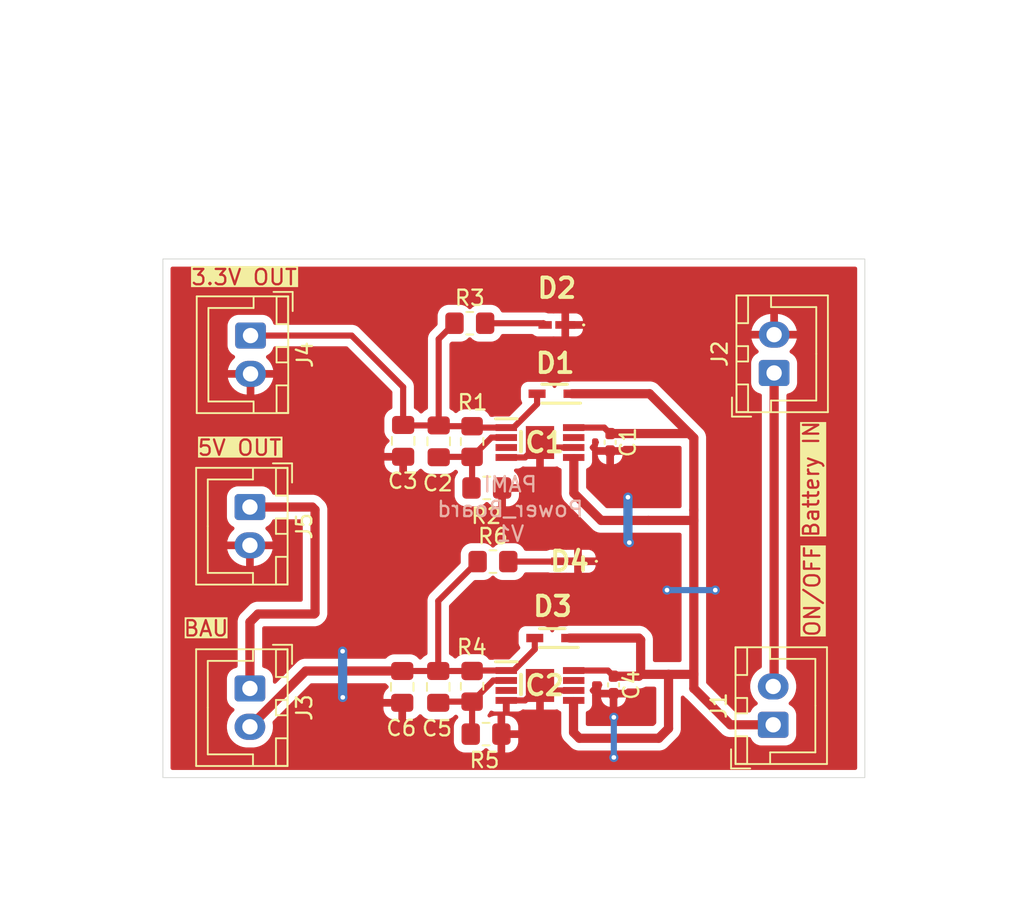
<source format=kicad_pcb>
(kicad_pcb (version 20241229) (generator "pcbnew") (generator_version "9.0")
  (layers (0 "F.Cu" signal) (2 "B.Cu" signal) (13 "F.Paste" user) (15 "B.Paste" user) (5 "F.SilkS" user "F.Silkscreen") (7 "B.SilkS" user "B.Silkscreen") (1 "F.Mask" user) (3 "B.Mask" user) (25 "Edge.Cuts" user))
  (net 0 "")
  (net 1 "BAU_9V")
  (net 2 "GND")
  (net 3 "+3.3V")
  (net 4 "Net-(IC1-FB)")
  (net 5 "Net-(D3-A)")
  (net 6 "Net-(IC2-FB)")
  (net 7 "Net-(D2-A)")
  (net 8 "Net-(D4-A)")
  (net 13 "+5V")
  (net 14 "Switch")
  (footprint "LDO_TLV76701DGNR:SOP65P490X110-9N" (layer "F.Cu") (at 142.53 79.505)
    (property "Reference" "IC2" (at 0 0 0) (layer "F.SilkS") (effects (font (size 1.27 1.27) (thickness 0.254))))
    (property "Value" "LDO_6V" (hide yes))
    (fp_line (start -2.9 -1.55) (end -1.5 -1.55) (stroke (width 0.2)) (layer "F.SilkS"))
    (pad "1" smd rect (at -2.2 -0.975 90) (size 0.45 1.4) (layers "F.Cu" "F.Mask" "F.Paste") (net 5 "Net-(D3-A)"))
    (pad "2" smd rect (at -2.2 -0.325 90) (size 0.45 1.4) (layers "F.Cu" "F.Mask" "F.Paste") (net 6 "Net-(IC2-FB)"))
    (pad "3" smd rect (at -2.2 0.325 90) (size 0.45 1.4) (layers "F.Cu" "F.Mask" "F.Paste"))
    (pad "4" smd rect (at -2.2 0.975 90) (size 0.45 1.4) (layers "F.Cu" "F.Mask" "F.Paste") (net 2 "GND"))
    (pad "5" smd rect (at 2.2 0.975 90) (size 0.45 1.4) (layers "F.Cu" "F.Mask" "F.Paste") (net 1 "BAU_9V"))
    (pad "6" smd rect (at 2.2 0.325 90) (size 0.45 1.4) (layers "F.Cu" "F.Mask" "F.Paste") (net 2 "GND"))
    (pad "7" smd rect (at 2.2 -0.325 90) (size 0.45 1.4) (layers "F.Cu" "F.Mask" "F.Paste"))
    (pad "8" smd rect (at 2.2 -0.975 90) (size 0.45 1.4) (layers "F.Cu" "F.Mask" "F.Paste") (net 1 "BAU_9V"))
    (pad "9" smd rect (at 0 0) (size 1.846 2.15) (layers "F.Cu" "F.Mask" "F.Paste") (net 2 "GND"))
  )
  (footprint "Shottky_diode_BAT20JFILM:SOD2512X113N" (layer "F.Cu") (at 143.33 76.41 180)
    (property "Reference" "D3" (at -0.02 2.07 0) (layer "F.SilkS") (effects (font (size 1.27 1.27) (thickness 0.254))))
    (property "Value" "shottky_byass_3" (hide yes))
    (fp_line (start -0.83 0.615) (end 0.83 0.615) (stroke (width 0.2)) (layer "F.SilkS"))
    (fp_line (start -1.695 -0.615) (end 0.83 -0.615) (stroke (width 0.2)) (layer "F.SilkS"))
    (pad "1" smd rect (at -1.14 0 270) (size 0.55 1.11) (layers "F.Cu" "F.Mask" "F.Paste") (net 1 "BAU_9V"))
    (pad "2" smd rect (at 1.14 0 270) (size 0.55 1.11) (layers "F.Cu" "F.Mask" "F.Paste") (net 5 "Net-(D3-A)"))
  )
  (footprint "LDO_TLV76701DGNR:SOP65P490X110-9N" (layer "F.Cu") (at 142.53 63.65)
    (property "Reference" "IC1" (at 0 0 0) (layer "F.SilkS") (effects (font (size 1.27 1.27) (thickness 0.254))))
    (property "Value" "LDO_3.3V" (hide yes))
    (fp_line (start -2.9 -1.55) (end -1.5 -1.55) (stroke (width 0.2)) (layer "F.SilkS"))
    (pad "1" smd rect (at -2.2 -0.975 90) (size 0.45 1.4) (layers "F.Cu" "F.Mask" "F.Paste") (net 3 "+3.3V"))
    (pad "2" smd rect (at -2.2 -0.325 90) (size 0.45 1.4) (layers "F.Cu" "F.Mask" "F.Paste") (net 4 "Net-(IC1-FB)"))
    (pad "3" smd rect (at -2.2 0.325 90) (size 0.45 1.4) (layers "F.Cu" "F.Mask" "F.Paste"))
    (pad "4" smd rect (at -2.2 0.975 90) (size 0.45 1.4) (layers "F.Cu" "F.Mask" "F.Paste") (net 2 "GND"))
    (pad "5" smd rect (at 2.2 0.975 90) (size 0.45 1.4) (layers "F.Cu" "F.Mask" "F.Paste") (net 1 "BAU_9V"))
    (pad "6" smd rect (at 2.2 0.325 90) (size 0.45 1.4) (layers "F.Cu" "F.Mask" "F.Paste") (net 2 "GND"))
    (pad "7" smd rect (at 2.2 -0.325 90) (size 0.45 1.4) (layers "F.Cu" "F.Mask" "F.Paste"))
    (pad "8" smd rect (at 2.2 -0.975 90) (size 0.45 1.4) (layers "F.Cu" "F.Mask" "F.Paste") (net 1 "BAU_9V"))
    (pad "9" smd rect (at 0 0) (size 1.846 2.15) (layers "F.Cu" "F.Mask" "F.Paste") (net 2 "GND"))
  )
  (footprint "Resistor_SMD:R_0805_2012Metric_Pad1.20x1.40mm_HandSolder" (layer "F.Cu") (at 139.46 71.42)
    (property "Reference" "R6" (at 0 -1.65 0) (layer "F.SilkS"))
    (property "Value" "135")
    (fp_line (start -0.227064 -0.735) (end 0.227064 -0.735) (stroke (width 0.12)) (layer "F.SilkS"))
    (fp_line (start -0.227064 0.735) (end 0.227064 0.735) (stroke (width 0.12)) (layer "F.SilkS"))
    (pad "1" smd roundrect (at -1 0) (size 1.2 1.4) (layers "F.Cu" "F.Mask" "F.Paste") (roundrect_rratio 0.208333) (net 5 "Net-(D3-A)"))
    (pad "2" smd roundrect (at 1 0) (size 1.2 1.4) (layers "F.Cu" "F.Mask" "F.Paste") (roundrect_rratio 0.208333) (net 8 "Net-(D4-A)"))
  )
  (footprint "Capacitor_SMD:C_0805_2012Metric_Pad1.18x1.45mm_HandSolder" (layer "F.Cu") (at 135.92 63.5725 -90)
    (property "Reference" "C2" (at 2.7425 0.06 0) (layer "F.SilkS"))
    (property "Value" "10p")
    (fp_line (start -0.261252 0.735) (end 0.261252 0.735) (stroke (width 0.12)) (layer "F.SilkS"))
    (fp_line (start -0.261252 -0.735) (end 0.261252 -0.735) (stroke (width 0.12)) (layer "F.SilkS"))
    (pad "1" smd roundrect (at -1.0375 0 270) (size 1.175 1.45) (layers "F.Cu" "F.Mask" "F.Paste") (roundrect_rratio 0.212766) (net 3 "+3.3V"))
    (pad "2" smd roundrect (at 1.0375 0 270) (size 1.175 1.45) (layers "F.Cu" "F.Mask" "F.Paste") (roundrect_rratio 0.212766) (net 4 "Net-(IC1-FB)"))
  )
  (footprint "Capacitor_SMD:C_0805_2012Metric_Pad1.18x1.45mm_HandSolder" (layer "F.Cu") (at 133.54 79.5975 -90)
    (property "Reference" "C6" (at 2.6925 0.06 0) (layer "F.SilkS"))
    (property "Value" "2.2u")
    (fp_line (start -0.261252 0.735) (end 0.261252 0.735) (stroke (width 0.12)) (layer "F.SilkS"))
    (fp_line (start -0.261252 -0.735) (end 0.261252 -0.735) (stroke (width 0.12)) (layer "F.SilkS"))
    (pad "1" smd roundrect (at -1.0375 0 270) (size 1.175 1.45) (layers "F.Cu" "F.Mask" "F.Paste") (roundrect_rratio 0.212766) (net 5 "Net-(D3-A)"))
    (pad "2" smd roundrect (at 1.0375 0 270) (size 1.175 1.45) (layers "F.Cu" "F.Mask" "F.Paste") (roundrect_rratio 0.212766) (net 2 "GND"))
  )
  (footprint "LEDs_ASCKCG00-NW5X5020302:ASCKCG00NW5X5020302" (layer "F.Cu") (at 144.46 71.4)
    (property "Reference" "D4" (at 0 0 0) (layer "F.SilkS") (effects (font (size 1.27 1.27) (thickness 0.254))))
    (property "Value" "6V_LED" (hide yes))
    (fp_line (start 1.7 0) (end 1.7 0) (stroke (width 0.1)) (layer "F.SilkS"))
    (fp_line (start 1.8 0) (end 1.8 0) (stroke (width 0.1)) (layer "F.SilkS"))
    (fp_arc (start 1.7 0) (mid 1.75 -0.05) (end 1.8 0) (stroke (width 0.1)) (layer "F.SilkS"))
    (fp_arc (start 1.8 0) (mid 1.75 0.05) (end 1.7 0) (stroke (width 0.1)) (layer "F.SilkS"))
    (pad "1" smd rect (at 0.55 0 90) (size 0.5 1.3) (layers "F.Cu" "F.Mask" "F.Paste") (net 2 "GND"))
    (pad "2" smd rect (at -0.765 0 90) (size 0.5 0.87) (layers "F.Cu" "F.Mask" "F.Paste") (net 8 "Net-(D4-A)"))
  )
  (footprint "Capacitor_SMD:C_0805_2012Metric_Pad1.18x1.45mm_HandSolder" (layer "F.Cu") (at 133.6 63.5425 -90)
    (property "Reference" "C3" (at 2.6125 0.02 0) (layer "F.SilkS"))
    (property "Value" "2.2u" (hide yes))
    (fp_line (start -0.261252 0.735) (end 0.261252 0.735) (stroke (width 0.12)) (layer "F.SilkS"))
    (fp_line (start -0.261252 -0.735) (end 0.261252 -0.735) (stroke (width 0.12)) (layer "F.SilkS"))
    (pad "1" smd roundrect (at -1.0375 0 270) (size 1.175 1.45) (layers "F.Cu" "F.Mask" "F.Paste") (roundrect_rratio 0.212766) (net 3 "+3.3V"))
    (pad "2" smd roundrect (at 1.0375 0 270) (size 1.175 1.45) (layers "F.Cu" "F.Mask" "F.Paste") (roundrect_rratio 0.212766) (net 2 "GND"))
  )
  (footprint "Resistor_SMD:R_0805_2012Metric_Pad1.20x1.40mm_HandSolder" (layer "F.Cu") (at 139.01 82.68)
    (property "Reference" "R5" (at -0.1 1.7 0) (layer "F.SilkS"))
    (property "Value" "160k" (hide yes))
    (fp_line (start -0.227064 -0.735) (end 0.227064 -0.735) (stroke (width 0.12)) (layer "F.SilkS"))
    (fp_line (start -0.227064 0.735) (end 0.227064 0.735) (stroke (width 0.12)) (layer "F.SilkS"))
    (pad "1" smd roundrect (at -1 0) (size 1.2 1.4) (layers "F.Cu" "F.Mask" "F.Paste") (roundrect_rratio 0.208333) (net 6 "Net-(IC2-FB)"))
    (pad "2" smd roundrect (at 1 0) (size 1.2 1.4) (layers "F.Cu" "F.Mask" "F.Paste") (roundrect_rratio 0.208333) (net 2 "GND"))
  )
  (footprint "Connector_JST:JST_XH_B2B-XH-A_1x02_P2.50mm_Vertical" (layer "F.Cu") (at 123.6 79.7 -90)
    (property "Reference" "J3" (at 1.25 -3.55 90) (layer "F.SilkS"))
    (property "Value" "BAU")
    (fp_line (start -2.56 3.51) (end 5.06 3.51) (stroke (width 0.12)) (layer "F.SilkS"))
    (fp_line (start 5.06 3.51) (end 5.06 -2.46) (stroke (width 0.12)) (layer "F.SilkS"))
    (fp_line (start -1.8 2.75) (end 1.25 2.75) (stroke (width 0.12)) (layer "F.SilkS"))
    (fp_line (start 4.3 2.75) (end 1.25 2.75) (stroke (width 0.12)) (layer "F.SilkS"))
    (fp_line (start -2.55 -0.2) (end -1.8 -0.2) (stroke (width 0.12)) (layer "F.SilkS"))
    (fp_line (start -1.8 -0.2) (end -1.8 2.75) (stroke (width 0.12)) (layer "F.SilkS"))
    (fp_line (start 4.3 -0.2) (end 4.3 2.75) (stroke (width 0.12)) (layer "F.SilkS"))
    (fp_line (start 5.05 -0.2) (end 4.3 -0.2) (stroke (width 0.12)) (layer "F.SilkS"))
    (fp_line (start -2.55 -1.7) (end -0.75 -1.7) (stroke (width 0.12)) (layer "F.SilkS"))
    (fp_line (start -0.75 -1.7) (end -0.75 -2.45) (stroke (width 0.12)) (layer "F.SilkS"))
    (fp_line (start 0.75 -1.7) (end 1.75 -1.7) (stroke (width 0.12)) (layer "F.SilkS"))
    (fp_line (start 1.75 -1.7) (end 1.75 -2.45) (stroke (width 0.12)) (layer "F.SilkS"))
    (fp_line (start 3.25 -1.7) (end 5.05 -1.7) (stroke (width 0.12)) (layer "F.SilkS"))
    (fp_line (start 5.05 -1.7) (end 5.05 -2.45) (stroke (width 0.12)) (layer "F.SilkS"))
    (fp_line (start -2.55 -2.45) (end -2.55 -1.7) (stroke (width 0.12)) (layer "F.SilkS"))
    (fp_line (start -0.75 -2.45) (end -2.55 -2.45) (stroke (width 0.12)) (layer "F.SilkS"))
    (fp_line (start 0.75 -2.45) (end 0.75 -1.7) (stroke (width 0.12)) (layer "F.SilkS"))
    (fp_line (start 1.75 -2.45) (end 0.75 -2.45) (stroke (width 0.12)) (layer "F.SilkS"))
    (fp_line (start 3.25 -2.45) (end 3.25 -1.7) (stroke (width 0.12)) (layer "F.SilkS"))
    (fp_line (start 5.05 -2.45) (end 3.25 -2.45) (stroke (width 0.12)) (layer "F.SilkS"))
    (fp_line (start -2.56 -2.46) (end -2.56 3.51) (stroke (width 0.12)) (layer "F.SilkS"))
    (fp_line (start 5.06 -2.46) (end -2.56 -2.46) (stroke (width 0.12)) (layer "F.SilkS"))
    (fp_line (start -2.85 -2.75) (end -2.85 -1.5) (stroke (width 0.12)) (layer "F.SilkS"))
    (fp_line (start -1.6 -2.75) (end -2.85 -2.75) (stroke (width 0.12)) (layer "F.SilkS"))
    (pad "1" thru_hole roundrect (at 0 0 270) (size 1.7 2) (drill 1) (layers "*.Cu" "*.Mask") (roundrect_rratio 0.147059) (net 13 "+5V"))
    (pad "2" thru_hole oval (at 2.5 0 270) (size 1.7 2) (drill 1) (layers "*.Cu" "*.Mask") (net 5 "Net-(D3-A)"))
  )
  (footprint "Capacitor_SMD:C_0805_2012Metric_Pad1.18x1.45mm_HandSolder" (layer "F.Cu") (at 135.89 79.5975 -90)
    (property "Reference" "C5" (at 2.7125 0.08 0) (layer "F.SilkS"))
    (property "Value" "10p")
    (fp_line (start -0.261252 0.735) (end 0.261252 0.735) (stroke (width 0.12)) (layer "F.SilkS"))
    (fp_line (start -0.261252 -0.735) (end 0.261252 -0.735) (stroke (width 0.12)) (layer "F.SilkS"))
    (pad "1" smd roundrect (at -1.0375 0 270) (size 1.175 1.45) (layers "F.Cu" "F.Mask" "F.Paste") (roundrect_rratio 0.212766) (net 5 "Net-(D3-A)"))
    (pad "2" smd roundrect (at 1.0375 0 270) (size 1.175 1.45) (layers "F.Cu" "F.Mask" "F.Paste") (roundrect_rratio 0.212766) (net 6 "Net-(IC2-FB)"))
  )
  (footprint "Capacitor_SMD:C_0402_1005Metric_Pad0.74x0.62mm_HandSolder" (layer "F.Cu") (at 147.33 79.4675 -90)
    (property "Reference" "C4" (at 0 -1.16 270) (layer "F.SilkS"))
    (property "Value" "1u")
    (fp_line (start -0.115835 0.36) (end 0.115835 0.36) (stroke (width 0.12)) (layer "F.SilkS"))
    (fp_line (start -0.115835 -0.36) (end 0.115835 -0.36) (stroke (width 0.12)) (layer "F.SilkS"))
    (pad "1" smd roundrect (at -0.5675 0 270) (size 0.735 0.62) (layers "F.Cu" "F.Mask" "F.Paste") (net 1 "BAU_9V"))
    (pad "2" smd roundrect (at 0.5675 0 270) (size 0.735 0.62) (layers "F.Cu" "F.Mask" "F.Paste") (net 2 "GND"))
  )
  (footprint "Resistor_SMD:R_0805_2012Metric_Pad1.20x1.40mm_HandSolder" (layer "F.Cu") (at 138.1 63.585 -90)
    (property "Reference" "R1" (at -2.55 -0.03 0) (layer "F.SilkS"))
    (property "Value" "500k" (hide yes))
    (fp_line (start -0.227064 0.735) (end 0.227064 0.735) (stroke (width 0.12)) (layer "F.SilkS"))
    (fp_line (start -0.227064 -0.735) (end 0.227064 -0.735) (stroke (width 0.12)) (layer "F.SilkS"))
    (pad "1" smd roundrect (at -1 0 270) (size 1.2 1.4) (layers "F.Cu" "F.Mask" "F.Paste") (roundrect_rratio 0.208333) (net 3 "+3.3V"))
    (pad "2" smd roundrect (at 1 0 270) (size 1.2 1.4) (layers "F.Cu" "F.Mask" "F.Paste") (roundrect_rratio 0.208333) (net 4 "Net-(IC1-FB)"))
  )
  (footprint "Connector_JST:JST_XH_B2B-XH-A_1x02_P2.50mm_Vertical" (layer "F.Cu") (at 157.75 82.07 90)
    (property "Reference" "J1" (at 1.25 -3.55 90) (layer "F.SilkS"))
    (property "Value" "SWITCH_LOGIC")
    (fp_line (start -1.6 -2.75) (end -2.85 -2.75) (stroke (width 0.12)) (layer "F.SilkS"))
    (fp_line (start -2.85 -2.75) (end -2.85 -1.5) (stroke (width 0.12)) (layer "F.SilkS"))
    (fp_line (start 5.06 -2.46) (end -2.56 -2.46) (stroke (width 0.12)) (layer "F.SilkS"))
    (fp_line (start -2.56 -2.46) (end -2.56 3.51) (stroke (width 0.12)) (layer "F.SilkS"))
    (fp_line (start 5.05 -2.45) (end 3.25 -2.45) (stroke (width 0.12)) (layer "F.SilkS"))
    (fp_line (start 3.25 -2.45) (end 3.25 -1.7) (stroke (width 0.12)) (layer "F.SilkS"))
    (fp_line (start 1.75 -2.45) (end 0.75 -2.45) (stroke (width 0.12)) (layer "F.SilkS"))
    (fp_line (start 0.75 -2.45) (end 0.75 -1.7) (stroke (width 0.12)) (layer "F.SilkS"))
    (fp_line (start -0.75 -2.45) (end -2.55 -2.45) (stroke (width 0.12)) (layer "F.SilkS"))
    (fp_line (start -2.55 -2.45) (end -2.55 -1.7) (stroke (width 0.12)) (layer "F.SilkS"))
    (fp_line (start 5.05 -1.7) (end 5.05 -2.45) (stroke (width 0.12)) (layer "F.SilkS"))
    (fp_line (start 3.25 -1.7) (end 5.05 -1.7) (stroke (width 0.12)) (layer "F.SilkS"))
    (fp_line (start 1.75 -1.7) (end 1.75 -2.45) (stroke (width 0.12)) (layer "F.SilkS"))
    (fp_line (start 0.75 -1.7) (end 1.75 -1.7) (stroke (width 0.12)) (layer "F.SilkS"))
    (fp_line (start -0.75 -1.7) (end -0.75 -2.45) (stroke (width 0.12)) (layer "F.SilkS"))
    (fp_line (start -2.55 -1.7) (end -0.75 -1.7) (stroke (width 0.12)) (layer "F.SilkS"))
    (fp_line (start 5.05 -0.2) (end 4.3 -0.2) (stroke (width 0.12)) (layer "F.SilkS"))
    (fp_line (start 4.3 -0.2) (end 4.3 2.75) (stroke (width 0.12)) (layer "F.SilkS"))
    (fp_line (start -1.8 -0.2) (end -1.8 2.75) (stroke (width 0.12)) (layer "F.SilkS"))
    (fp_line (start -2.55 -0.2) (end -1.8 -0.2) (stroke (width 0.12)) (layer "F.SilkS"))
    (fp_line (start 4.3 2.75) (end 1.25 2.75) (stroke (width 0.12)) (layer "F.SilkS"))
    (fp_line (start -1.8 2.75) (end 1.25 2.75) (stroke (width 0.12)) (layer "F.SilkS"))
    (fp_line (start 5.06 3.51) (end 5.06 -2.46) (stroke (width 0.12)) (layer "F.SilkS"))
    (fp_line (start -2.56 3.51) (end 5.06 3.51) (stroke (width 0.12)) (layer "F.SilkS"))
    (pad "1" thru_hole roundrect (at 0 0 90) (size 1.7 2) (drill 1) (layers "*.Cu" "*.Mask") (roundrect_rratio 0.147059) (net 1 "BAU_9V"))
    (pad "2" thru_hole oval (at 2.5 0 90) (size 1.7 2) (drill 1) (layers "*.Cu" "*.Mask") (net 14 "Switch"))
  )
  (footprint "Resistor_SMD:R_0805_2012Metric_Pad1.20x1.40mm_HandSolder" (layer "F.Cu") (at 139.06 66.615)
    (property "Reference" "R2" (at -0.04 1.83 0) (layer "F.SilkS"))
    (property "Value" "160k" (hide yes))
    (fp_line (start -0.227064 -0.735) (end 0.227064 -0.735) (stroke (width 0.12)) (layer "F.SilkS"))
    (fp_line (start -0.227064 0.735) (end 0.227064 0.735) (stroke (width 0.12)) (layer "F.SilkS"))
    (pad "1" smd roundrect (at -1 0) (size 1.2 1.4) (layers "F.Cu" "F.Mask" "F.Paste") (roundrect_rratio 0.208333) (net 4 "Net-(IC1-FB)"))
    (pad "2" smd roundrect (at 1 0) (size 1.2 1.4) (layers "F.Cu" "F.Mask" "F.Paste") (roundrect_rratio 0.208333) (net 2 "GND"))
  )
  (footprint "Connector_JST:JST_XH_B2B-XH-A_1x02_P2.50mm_Vertical" (layer "F.Cu") (at 157.81 59.11 90)
    (property "Reference" "J2" (at 1.25 -3.55 90) (layer "F.SilkS"))
    (property "Value" "BAT_IN")
    (fp_line (start -1.6 -2.75) (end -2.85 -2.75) (stroke (width 0.12)) (layer "F.SilkS"))
    (fp_line (start -2.85 -2.75) (end -2.85 -1.5) (stroke (width 0.12)) (layer "F.SilkS"))
    (fp_line (start 5.06 -2.46) (end -2.56 -2.46) (stroke (width 0.12)) (layer "F.SilkS"))
    (fp_line (start -2.56 -2.46) (end -2.56 3.51) (stroke (width 0.12)) (layer "F.SilkS"))
    (fp_line (start 5.05 -2.45) (end 3.25 -2.45) (stroke (width 0.12)) (layer "F.SilkS"))
    (fp_line (start 3.25 -2.45) (end 3.25 -1.7) (stroke (width 0.12)) (layer "F.SilkS"))
    (fp_line (start 1.75 -2.45) (end 0.75 -2.45) (stroke (width 0.12)) (layer "F.SilkS"))
    (fp_line (start 0.75 -2.45) (end 0.75 -1.7) (stroke (width 0.12)) (layer "F.SilkS"))
    (fp_line (start -0.75 -2.45) (end -2.55 -2.45) (stroke (width 0.12)) (layer "F.SilkS"))
    (fp_line (start -2.55 -2.45) (end -2.55 -1.7) (stroke (width 0.12)) (layer "F.SilkS"))
    (fp_line (start 5.05 -1.7) (end 5.05 -2.45) (stroke (width 0.12)) (layer "F.SilkS"))
    (fp_line (start 3.25 -1.7) (end 5.05 -1.7) (stroke (width 0.12)) (layer "F.SilkS"))
    (fp_line (start 1.75 -1.7) (end 1.75 -2.45) (stroke (width 0.12)) (layer "F.SilkS"))
    (fp_line (start 0.75 -1.7) (end 1.75 -1.7) (stroke (width 0.12)) (layer "F.SilkS"))
    (fp_line (start -0.75 -1.7) (end -0.75 -2.45) (stroke (width 0.12)) (layer "F.SilkS"))
    (fp_line (start -2.55 -1.7) (end -0.75 -1.7) (stroke (width 0.12)) (layer "F.SilkS"))
    (fp_line (start 5.05 -0.2) (end 4.3 -0.2) (stroke (width 0.12)) (layer "F.SilkS"))
    (fp_line (start 4.3 -0.2) (end 4.3 2.75) (stroke (width 0.12)) (layer "F.SilkS"))
    (fp_line (start -1.8 -0.2) (end -1.8 2.75) (stroke (width 0.12)) (layer "F.SilkS"))
    (fp_line (start -2.55 -0.2) (end -1.8 -0.2) (stroke (width 0.12)) (layer "F.SilkS"))
    (fp_line (start 4.3 2.75) (end 1.25 2.75) (stroke (width 0.12)) (layer "F.SilkS"))
    (fp_line (start -1.8 2.75) (end 1.25 2.75) (stroke (width 0.12)) (layer "F.SilkS"))
    (fp_line (start 5.06 3.51) (end 5.06 -2.46) (stroke (width 0.12)) (layer "F.SilkS"))
    (fp_line (start -2.56 3.51) (end 5.06 3.51) (stroke (width 0.12)) (layer "F.SilkS"))
    (pad "1" thru_hole roundrect (at 0 0 90) (size 1.7 2) (drill 1) (layers "*.Cu" "*.Mask") (roundrect_rratio 0.147059) (net 14 "Switch"))
    (pad "2" thru_hole oval (at 2.5 0 90) (size 1.7 2) (drill 1) (layers "*.Cu" "*.Mask") (net 2 "GND"))
  )
  (footprint "LEDs_ASCKCG00-NW5X5020302:ASCKCG00NW5X5020302" (layer "F.Cu") (at 143.63 55.975)
    (property "Reference" "D2" (at 0 -2.4 0) (layer "F.SilkS") (effects (font (size 1.27 1.27) (thickness 0.254))))
    (property "Value" "3.3V_LED" (hide yes))
    (fp_line (start 1.7 0) (end 1.7 0) (stroke (width 0.1)) (layer "F.SilkS"))
    (fp_line (start 1.8 0) (end 1.8 0) (stroke (width 0.1)) (layer "F.SilkS"))
    (fp_arc (start 1.7 0) (mid 1.75 -0.05) (end 1.8 0) (stroke (width 0.1)) (layer "F.SilkS"))
    (fp_arc (start 1.8 0) (mid 1.75 0.05) (end 1.7 0) (stroke (width 0.1)) (layer "F.SilkS"))
    (pad "1" smd rect (at 0.55 0 90) (size 0.5 1.3) (layers "F.Cu" "F.Mask" "F.Paste") (net 2 "GND"))
    (pad "2" smd rect (at -0.765 0 90) (size 0.5 0.87) (layers "F.Cu" "F.Mask" "F.Paste") (net 7 "Net-(D2-A)"))
  )
  (footprint "Shottky_diode_BAT20JFILM:SOD2512X113N" (layer "F.Cu") (at 143.48 60.465 180)
    (property "Reference" "D1" (at -0.04 1.99 0) (layer "F.SilkS") (effects (font (size 1.27 1.27) (thickness 0.254))))
    (property "Value" "shottky_byass_2" (hide yes))
    (fp_line (start -0.83 0.615) (end 0.83 0.615) (stroke (width 0.2)) (layer "F.SilkS"))
    (fp_line (start -1.695 -0.615) (end 0.83 -0.615) (stroke (width 0.2)) (layer "F.SilkS"))
    (pad "1" smd rect (at -1.14 0 270) (size 0.55 1.11) (layers "F.Cu" "F.Mask" "F.Paste") (net 1 "BAU_9V"))
    (pad "2" smd rect (at 1.14 0 270) (size 0.55 1.11) (layers "F.Cu" "F.Mask" "F.Paste") (net 3 "+3.3V"))
  )
  (footprint "Connector_JST:JST_XH_B2B-XH-A_1x02_P2.50mm_Vertical" (layer "F.Cu") (at 123.64 56.67 -90)
    (property "Reference" "J4" (at 1.25 -3.55 90) (layer "F.SilkS"))
    (property "Value" "3.3V_OUT")
    (fp_line (start -2.56 3.51) (end 5.06 3.51) (stroke (width 0.12)) (layer "F.SilkS"))
    (fp_line (start 5.06 3.51) (end 5.06 -2.46) (stroke (width 0.12)) (layer "F.SilkS"))
    (fp_line (start -1.8 2.75) (end 1.25 2.75) (stroke (width 0.12)) (layer "F.SilkS"))
    (fp_line (start 4.3 2.75) (end 1.25 2.75) (stroke (width 0.12)) (layer "F.SilkS"))
    (fp_line (start -2.55 -0.2) (end -1.8 -0.2) (stroke (width 0.12)) (layer "F.SilkS"))
    (fp_line (start -1.8 -0.2) (end -1.8 2.75) (stroke (width 0.12)) (layer "F.SilkS"))
    (fp_line (start 4.3 -0.2) (end 4.3 2.75) (stroke (width 0.12)) (layer "F.SilkS"))
    (fp_line (start 5.05 -0.2) (end 4.3 -0.2) (stroke (width 0.12)) (layer "F.SilkS"))
    (fp_line (start -2.55 -1.7) (end -0.75 -1.7) (stroke (width 0.12)) (layer "F.SilkS"))
    (fp_line (start -0.75 -1.7) (end -0.75 -2.45) (stroke (width 0.12)) (layer "F.SilkS"))
    (fp_line (start 0.75 -1.7) (end 1.75 -1.7) (stroke (width 0.12)) (layer "F.SilkS"))
    (fp_line (start 1.75 -1.7) (end 1.75 -2.45) (stroke (width 0.12)) (layer "F.SilkS"))
    (fp_line (start 3.25 -1.7) (end 5.05 -1.7) (stroke (width 0.12)) (layer "F.SilkS"))
    (fp_line (start 5.05 -1.7) (end 5.05 -2.45) (stroke (width 0.12)) (layer "F.SilkS"))
    (fp_line (start -2.55 -2.45) (end -2.55 -1.7) (stroke (width 0.12)) (layer "F.SilkS"))
    (fp_line (start -0.75 -2.45) (end -2.55 -2.45) (stroke (width 0.12)) (layer "F.SilkS"))
    (fp_line (start 0.75 -2.45) (end 0.75 -1.7) (stroke (width 0.12)) (layer "F.SilkS"))
    (fp_line (start 1.75 -2.45) (end 0.75 -2.45) (stroke (width 0.12)) (layer "F.SilkS"))
    (fp_line (start 3.25 -2.45) (end 3.25 -1.7) (stroke (width 0.12)) (layer "F.SilkS"))
    (fp_line (start 5.05 -2.45) (end 3.25 -2.45) (stroke (width 0.12)) (layer "F.SilkS"))
    (fp_line (start -2.56 -2.46) (end -2.56 3.51) (stroke (width 0.12)) (layer "F.SilkS"))
    (fp_line (start 5.06 -2.46) (end -2.56 -2.46) (stroke (width 0.12)) (layer "F.SilkS"))
    (fp_line (start -2.85 -2.75) (end -2.85 -1.5) (stroke (width 0.12)) (layer "F.SilkS"))
    (fp_line (start -1.6 -2.75) (end -2.85 -2.75) (stroke (width 0.12)) (layer "F.SilkS"))
    (pad "1" thru_hole roundrect (at 0 0 270) (size 1.7 2) (drill 1) (layers "*.Cu" "*.Mask") (roundrect_rratio 0.147059) (net 3 "+3.3V"))
    (pad "2" thru_hole oval (at 2.5 0 270) (size 1.7 2) (drill 1) (layers "*.Cu" "*.Mask") (net 2 "GND"))
  )
  (footprint "Connector_JST:JST_XH_B2B-XH-A_1x02_P2.50mm_Vertical" (layer "F.Cu") (at 123.6 67.86 -90)
    (property "Reference" "J5" (at 1.25 -3.55 90) (layer "F.SilkS"))
    (property "Value" "5V_OUT")
    (fp_line (start -2.56 3.51) (end 5.06 3.51) (stroke (width 0.12)) (layer "F.SilkS"))
    (fp_line (start 5.06 3.51) (end 5.06 -2.46) (stroke (width 0.12)) (layer "F.SilkS"))
    (fp_line (start -1.8 2.75) (end 1.25 2.75) (stroke (width 0.12)) (layer "F.SilkS"))
    (fp_line (start 4.3 2.75) (end 1.25 2.75) (stroke (width 0.12)) (layer "F.SilkS"))
    (fp_line (start -2.55 -0.2) (end -1.8 -0.2) (stroke (width 0.12)) (layer "F.SilkS"))
    (fp_line (start -1.8 -0.2) (end -1.8 2.75) (stroke (width 0.12)) (layer "F.SilkS"))
    (fp_line (start 4.3 -0.2) (end 4.3 2.75) (stroke (width 0.12)) (layer "F.SilkS"))
    (fp_line (start 5.05 -0.2) (end 4.3 -0.2) (stroke (width 0.12)) (layer "F.SilkS"))
    (fp_line (start -2.55 -1.7) (end -0.75 -1.7) (stroke (width 0.12)) (layer "F.SilkS"))
    (fp_line (start -0.75 -1.7) (end -0.75 -2.45) (stroke (width 0.12)) (layer "F.SilkS"))
    (fp_line (start 0.75 -1.7) (end 1.75 -1.7) (stroke (width 0.12)) (layer "F.SilkS"))
    (fp_line (start 1.75 -1.7) (end 1.75 -2.45) (stroke (width 0.12)) (layer "F.SilkS"))
    (fp_line (start 3.25 -1.7) (end 5.05 -1.7) (stroke (width 0.12)) (layer "F.SilkS"))
    (fp_line (start 5.05 -1.7) (end 5.05 -2.45) (stroke (width 0.12)) (layer "F.SilkS"))
    (fp_line (start -2.55 -2.45) (end -2.55 -1.7) (stroke (width 0.12)) (layer "F.SilkS"))
    (fp_line (start -0.75 -2.45) (end -2.55 -2.45) (stroke (width 0.12)) (layer "F.SilkS"))
    (fp_line (start 0.75 -2.45) (end 0.75 -1.7) (stroke (width 0.12)) (layer "F.SilkS"))
    (fp_line (start 1.75 -2.45) (end 0.75 -2.45) (stroke (width 0.12)) (layer "F.SilkS"))
    (fp_line (start 3.25 -2.45) (end 3.25 -1.7) (stroke (width 0.12)) (layer "F.SilkS"))
    (fp_line (start 5.05 -2.45) (end 3.25 -2.45) (stroke (width 0.12)) (layer "F.SilkS"))
    (fp_line (start -2.56 -2.46) (end -2.56 3.51) (stroke (width 0.12)) (layer "F.SilkS"))
    (fp_line (start 5.06 -2.46) (end -2.56 -2.46) (stroke (width 0.12)) (layer "F.SilkS"))
    (fp_line (start -2.85 -2.75) (end -2.85 -1.5) (stroke (width 0.12)) (layer "F.SilkS"))
    (fp_line (start -1.6 -2.75) (end -2.85 -2.75) (stroke (width 0.12)) (layer "F.SilkS"))
    (pad "1" thru_hole roundrect (at 0 0 270) (size 1.7 2) (drill 1) (layers "*.Cu" "*.Mask") (roundrect_rratio 0.147059) (net 13 "+5V"))
    (pad "2" thru_hole oval (at 2.5 0 270) (size 1.7 2) (drill 1) (layers "*.Cu" "*.Mask") (net 2 "GND"))
  )
  (footprint "Resistor_SMD:R_0805_2012Metric_Pad1.20x1.40mm_HandSolder" (layer "F.Cu") (at 137.95 55.865)
    (property "Reference" "R3" (at 0 -1.65 0) (layer "F.SilkS"))
    (property "Value" "15")
    (fp_line (start -0.227064 -0.735) (end 0.227064 -0.735) (stroke (width 0.12)) (layer "F.SilkS"))
    (fp_line (start -0.227064 0.735) (end 0.227064 0.735) (stroke (width 0.12)) (layer "F.SilkS"))
    (pad "1" smd roundrect (at -1 0) (size 1.2 1.4) (layers "F.Cu" "F.Mask" "F.Paste") (roundrect_rratio 0.208333) (net 3 "+3.3V"))
    (pad "2" smd roundrect (at 1 0) (size 1.2 1.4) (layers "F.Cu" "F.Mask" "F.Paste") (roundrect_rratio 0.208333) (net 7 "Net-(D2-A)"))
  )
  (footprint "Capacitor_SMD:C_0402_1005Metric_Pad0.74x0.62mm_HandSolder" (layer "F.Cu") (at 147.11 63.6325 -90)
    (property "Reference" "C1" (at 0 -1.16 270) (layer "F.SilkS"))
    (property "Value" "1u")
    (fp_line (start -0.115835 0.36) (end 0.115835 0.36) (stroke (width 0.12)) (layer "F.SilkS"))
    (fp_line (start -0.115835 -0.36) (end 0.115835 -0.36) (stroke (width 0.12)) (layer "F.SilkS"))
    (pad "1" smd roundrect (at -0.5675 0 270) (size 0.735 0.62) (layers "F.Cu" "F.Mask" "F.Paste") (net 1 "BAU_9V"))
    (pad "2" smd roundrect (at 0.5675 0 270) (size 0.735 0.62) (layers "F.Cu" "F.Mask" "F.Paste") (net 2 "GND"))
  )
  (footprint "Resistor_SMD:R_0805_2012Metric_Pad1.20x1.40mm_HandSolder" (layer "F.Cu") (at 138.1 79.56 -90)
    (property "Reference" "R4" (at -2.55 0.02 0) (layer "F.SilkS"))
    (property "Value" "840")
    (fp_line (start -0.227064 0.735) (end 0.227064 0.735) (stroke (width 0.12)) (layer "F.SilkS"))
    (fp_line (start -0.227064 -0.735) (end 0.227064 -0.735) (stroke (width 0.12)) (layer "F.SilkS"))
    (pad "1" smd roundrect (at -1 0 270) (size 1.2 1.4) (layers "F.Cu" "F.Mask" "F.Paste") (roundrect_rratio 0.208333) (net 5 "Net-(D3-A)"))
    (pad "2" smd roundrect (at 1 0 270) (size 1.2 1.4) (layers "F.Cu" "F.Mask" "F.Paste") (roundrect_rratio 0.208333) (net 6 "Net-(IC2-FB)"))
  )
  (gr_rect (start 117.92 51.67) (end 163.73 85.52) (stroke (width 0.05)) (fill no) (layer "Edge.Cuts"))
  (gr_text "ON/OFF" (at 160.89 76.41 90) (layer "F.SilkS" knockout) (effects (font (size 1 1)) (justify left bottom)))
  (gr_text "3.3V OUT" (at 119.7 53.45 0) (layer "F.SilkS" knockout) (effects (font (size 1 1)) (justify left bottom)))
  (gr_text "BAU" (at 119.19 76.37 0) (layer "F.SilkS" knockout) (effects (font (size 1 1)) (justify left bottom)))
  (gr_text "Battery IN" (at 160.82 69.93 90) (layer "F.SilkS" knockout) (effects (font (size 1 1)) (justify left bottom)))
  (gr_text "5V OUT" (at 120.11 64.58 0) (layer "F.SilkS" knockout) (effects (font (size 1 1)) (justify left bottom)))
  (gr_text "PAMI\nPower_Board\nV1" (at 140.59 70.19 0) (layer "B.SilkS") (effects (font (size 1 1)) (justify bottom mirror)))
  (segment (start 144.74 64.7) (end 144.73 64.7) (width 0.6) (layer "F.Cu") (net 1))
  (segment (start 152.28 63.065) (end 152.57 63.355) (width 0.6) (layer "F.Cu") (net 1))
  (segment (start 150.92 82.31) (end 150.28 82.95) (width 0.6) (layer "F.Cu") (net 1))
  (segment (start 152.58 79.695) (end 154.955 82.07) (width 0.6) (layer "F.Cu") (net 1))
  (segment (start 152.57 79.705) (end 152.57 78.775) (width 0.6) (layer "F.Cu") (net 1))
  (segment (start 146.72 62.675) (end 147.11 63.065) (width 0.4) (layer "F.Cu") (net 1))
  (segment (start 144.62 60.465) (end 149.68 60.465) (width 0.6) (layer "F.Cu") (net 1))
  (segment (start 148.98 78.9) (end 147.33 78.9) (width 0.6) (layer "F.Cu") (net 1))
  (segment (start 150.92 78.78) (end 150.92 82.31) (width 0.6) (layer "F.Cu") (net 1))
  (segment (start 154.955 82.07) (end 157.75 82.07) (width 0.6) (layer "F.Cu") (net 1))
  (segment (start 144.73 62.675) (end 146.72 62.675) (width 0.4) (layer "F.Cu") (net 1))
  (segment (start 152.57 78.775) (end 152.57 68.735) (width 0.6) (layer "F.Cu") (net 1))
  (segment (start 144.72 82.57) (end 144.72 80.555) (width 0.6) (layer "F.Cu") (net 1))
  (segment (start 149.61 68.735) (end 146.52 68.735) (width 0.6) (layer "F.Cu") (net 1))
  (segment (start 152.57 63.355) (end 152.57 68.055) (width 0.6) (layer "F.Cu") (net 1))
  (segment (start 150.92 78.78) (end 149.1 78.78) (width 0.6) (layer "F.Cu") (net 1))
  (segment (start 150.92 78.78) (end 152.565 78.78) (width 0.6) (layer "F.Cu") (net 1))
  (segment (start 150.28 82.95) (end 145.1 82.95) (width 0.6) (layer "F.Cu") (net 1))
  (segment (start 145.1 82.95) (end 144.72 82.57) (width 0.6) (layer "F.Cu") (net 1))
  (segment (start 144.73 78.53) (end 146.96 78.53) (width 0.4) (layer "F.Cu") (net 1))
  (segment (start 149.1 78.78) (end 148.98 78.9) (width 0.6) (layer "F.Cu") (net 1))
  (segment (start 152.565 78.78) (end 152.57 78.775) (width 0.6) (layer "F.Cu") (net 1))
  (segment (start 152.57 68.735) (end 149.61 68.735) (width 0.6) (layer "F.Cu") (net 1))
  (segment (start 147.11 63.065) (end 152.28 63.065) (width 0.6) (layer "F.Cu") (net 1))
  (segment (start 144.74 66.955) (end 144.74 64.7) (width 0.6) (layer "F.Cu") (net 1))
  (segment (start 149.1 78.78) (end 149.1 76.53) (width 0.6) (layer "F.Cu") (net 1))
  (segment (start 152.57 68.735) (end 152.57 68.055) (width 0.6) (layer "F.Cu") (net 1))
  (segment (start 146.52 68.735) (end 144.74 66.955) (width 0.6) (layer "F.Cu") (net 1))
  (segment (start 144.72 80.555) (end 144.73 80.555) (width 0.6) (layer "F.Cu") (net 1))
  (segment (start 152.57 79.705) (end 152.58 79.695) (width 0.6) (layer "F.Cu") (net 1))
  (segment (start 149.68 60.465) (end 152.57 63.355) (width 0.6) (layer "F.Cu") (net 1))
  (segment (start 148.98 76.41) (end 144.47 76.41) (width 0.6) (layer "F.Cu") (net 1))
  (segment (start 149.1 76.53) (end 148.98 76.41) (width 0.6) (layer "F.Cu") (net 1))
  (segment (start 146.96 78.53) (end 147.33 78.9) (width 0.4) (layer "F.Cu") (net 1))
  (segment (start 142.855 63.975) (end 142.53 63.65) (width 0.4) (layer "F.Cu") (net 2))
  (segment (start 140.33 80.48) (end 141.555 80.48) (width 0.4) (layer "F.Cu") (net 2))
  (segment (start 144.73 79.83) (end 142.855 79.83) (width 0.4) (layer "F.Cu") (net 2))
  (segment (start 144.73 63.975) (end 142.855 63.975) (width 0.4) (layer "F.Cu") (net 2))
  (segment (start 141.555 64.625) (end 142.53 63.65) (width 0.4) (layer "F.Cu") (net 2))
  (segment (start 141.555 80.48) (end 142.53 79.505) (width 0.4) (layer "F.Cu") (net 2))
  (segment (start 140.33 64.625) (end 141.555 64.625) (width 0.4) (layer "F.Cu") (net 2))
  (segment (start 142.855 79.83) (end 142.53 79.505) (width 0.4) (layer "F.Cu") (net 2))
  (via (at 148.36 70.18) (size 0.6) (drill 0.3) (layers "F.Cu" "B.Cu") (net 2))
  (via (at 150.82 73.28) (size 0.6) (drill 0.3) (layers "F.Cu" "B.Cu") (net 2))
  (via (at 148.27 67.22) (size 0.6) (drill 0.3) (layers "F.Cu" "B.Cu") (net 2))
  (via (at 129.66 80.28) (size 0.6) (drill 0.3) (layers "F.Cu" "B.Cu") (net 2))
  (via (at 147.35 84.2) (size 0.6) (drill 0.3) (layers "F.Cu" "B.Cu") (net 2))
  (via (at 147.35 81.58) (size 0.6) (drill 0.3) (layers "F.Cu" "B.Cu") (net 2))
  (via (at 129.65 77.27) (size 0.6) (drill 0.3) (layers "F.Cu" "B.Cu") (net 2))
  (via (at 153.97 73.28) (size 0.6) (drill 0.3) (layers "F.Cu" "B.Cu") (net 2))
  (segment (start 148.27 67.22) (end 148.27 70.09) (width 0.6) (layer "B.Cu") (net 2))
  (segment (start 129.65 80.27) (end 129.66 80.28) (width 0.6) (layer "B.Cu") (net 2))
  (segment (start 150.82 73.28) (end 153.97 73.28) (width 0.4) (layer "B.Cu") (net 2))
  (segment (start 129.65 77.27) (end 129.65 80.27) (width 0.6) (layer "B.Cu") (net 2))
  (segment (start 147.35 81.58) (end 147.35 84.2) (width 0.4) (layer "B.Cu") (net 2))
  (segment (start 148.27 70.09) (end 148.36 70.18) (width 0.6) (layer "B.Cu") (net 2))
  (segment (start 135.97 62.585) (end 135.92 62.535) (width 0.4) (layer "F.Cu") (net 3))
  (segment (start 133.6 60.03) (end 130.24 56.67) (width 0.4) (layer "F.Cu") (net 3))
  (segment (start 140.33 62.675) (end 138.19 62.675) (width 0.4) (layer "F.Cu") (net 3))
  (segment (start 135.92 56.895) (end 135.92 62.535) (width 0.4) (layer "F.Cu") (net 3))
  (segment (start 135.92 56.895) (end 136.95 55.865) (width 0.4) (layer "F.Cu") (net 3))
  (segment (start 142.34 61.14) (end 142.34 60.465) (width 0.4) (layer "F.Cu") (net 3))
  (segment (start 133.6 62.505) (end 133.6 60.03) (width 0.4) (layer "F.Cu") (net 3))
  (segment (start 138.1 62.585) (end 135.97 62.585) (width 0.4) (layer "F.Cu") (net 3))
  (segment (start 140.33 62.675) (end 140.805 62.675) (width 0.4) (layer "F.Cu") (net 3))
  (segment (start 135.92 62.535) (end 133.63 62.535) (width 0.4) (layer "F.Cu") (net 3))
  (segment (start 138.19 62.675) (end 138.1 62.585) (width 0.4) (layer "F.Cu") (net 3))
  (segment (start 123.64 56.67) (end 130.24 56.67) (width 0.4) (layer "F.Cu") (net 3))
  (segment (start 140.805 62.675) (end 142.34 61.14) (width 0.4) (layer "F.Cu") (net 3))
  (segment (start 133.63 62.535) (end 133.6 62.505) (width 0.4) (layer "F.Cu") (net 3))
  (segment (start 138.1 64.585) (end 135.945 64.585) (width 0.4) (layer "F.Cu") (net 4))
  (segment (start 139.36 63.325) (end 138.1 64.585) (width 0.4) (layer "F.Cu") (net 4))
  (segment (start 138.1 64.585) (end 138.1 66.575) (width 0.4) (layer "F.Cu") (net 4))
  (segment (start 135.945 64.585) (end 135.92 64.61) (width 0.4) (layer "F.Cu") (net 4))
  (segment (start 140.33 63.325) (end 139.36 63.325) (width 0.4) (layer "F.Cu") (net 4))
  (segment (start 138.1 66.575) (end 138.06 66.615) (width 0.4) (layer "F.Cu") (net 4))
  (segment (start 140.805 78.53) (end 142.19 77.145) (width 0.4) (layer "F.Cu") (net 5))
  (segment (start 135.89 78.56) (end 135.89 73.99) (width 0.4) (layer "F.Cu") (net 5))
  (segment (start 142.19 77.145) (end 142.19 76.41) (width 0.4) (layer "F.Cu") (net 5))
  (segment (start 140.33 78.53) (end 138.13 78.53) (width 0.4) (layer "F.Cu") (net 5))
  (segment (start 138.13 78.53) (end 138.1 78.56) (width 0.4) (layer "F.Cu") (net 5))
  (segment (start 133.54 78.56) (end 127.24 78.56) (width 0.6) (layer "F.Cu") (net 5))
  (segment (start 138.1 78.56) (end 135.89 78.56) (width 0.4) (layer "F.Cu") (net 5))
  (segment (start 135.89 73.99) (end 138.46 71.42) (width 0.4) (layer "F.Cu") (net 5))
  (segment (start 127.24 78.56) (end 123.6 82.2) (width 0.6) (layer "F.Cu") (net 5))
  (segment (start 140.33 78.53) (end 140.805 78.53) (width 0.4) (layer "F.Cu") (net 5))
  (segment (start 135.89 78.56) (end 133.54 78.56) (width 0.4) (layer "F.Cu") (net 5))
  (segment (start 140.33 79.18) (end 139.48 79.18) (width 0.4) (layer "F.Cu") (net 6))
  (segment (start 138.1 80.56) (end 135.965 80.56) (width 0.4) (layer "F.Cu") (net 6))
  (segment (start 139.48 79.18) (end 138.1 80.56) (width 0.4) (layer "F.Cu") (net 6))
  (segment (start 138.1 80.56) (end 138.1 82.59) (width 0.4) (layer "F.Cu") (net 6))
  (segment (start 138.1 82.59) (end 138.01 82.68) (width 0.4) (layer "F.Cu") (net 6))
  (segment (start 135.965 80.56) (end 135.89 80.635) (width 0.4) (layer "F.Cu") (net 6))
  (segment (start 138.95 55.865) (end 142.755 55.865) (width 0.4) (layer "F.Cu") (net 7))
  (segment (start 142.755 55.865) (end 142.865 55.975) (width 0.4) (layer "F.Cu") (net 7))
  (segment (start 140.46 71.42) (end 143.675 71.42) (width 0.4) (layer "F.Cu") (net 8))
  (segment (start 143.675 71.42) (end 143.695 71.4) (width 0.4) (layer "F.Cu") (net 8))
  (segment (start 123.6 75.37) (end 124.13 74.84) (width 0.6) (layer "F.Cu") (net 13))
  (segment (start 123.6 79.7) (end 123.6 75.37) (width 0.6) (layer "F.Cu") (net 13))
  (segment (start 124.13 74.84) (end 127.79 74.84) (width 0.6) (layer "F.Cu") (net 13))
  (segment (start 127.85 68.04) (end 127.67 67.86) (width 0.6) (layer "F.Cu") (net 13))
  (segment (start 127.67 67.86) (end 123.6 67.86) (width 0.6) (layer "F.Cu") (net 13))
  (segment (start 127.85 74.78) (end 127.85 68.04) (width 0.6) (layer "F.Cu") (net 13))
  (segment (start 127.79 74.84) (end 127.85 74.78) (width 0.6) (layer "F.Cu") (net 13))
  (segment (start 157.81 79.51) (end 157.75 79.57) (width 0.6) (layer "F.Cu") (net 14))
  (segment (start 157.81 59.11) (end 157.81 79.51) (width 0.6) (layer "F.Cu") (net 14))
  (zone (net 2) (net_name "GND") (layer "F.Cu") (connect_pads (clearance 0.5)) (min_thickness 0.25) (fill yes (thermal_gap 0.5) (thermal_bridge_width 0.5))
    (polygon (pts (xy 107.39 34.77) (xy 174.12 34.77) (xy 174.12 93.99) (xy 107.29 93.99) (xy 107.43 34.78)))
  )
)
</source>
